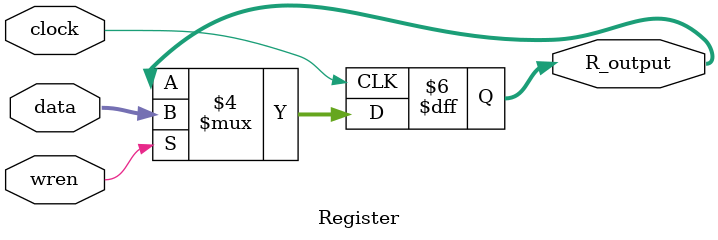
<source format=v>
module Register(
   input clock,
	input wren,
   input [15:0] data,
   output reg[15:0] R_output
);  

initial begin
	R_output = 16'b0;
end
	
always @(posedge clock) begin
	if(wren) begin
		R_output = data;
	end
end

endmodule

</source>
